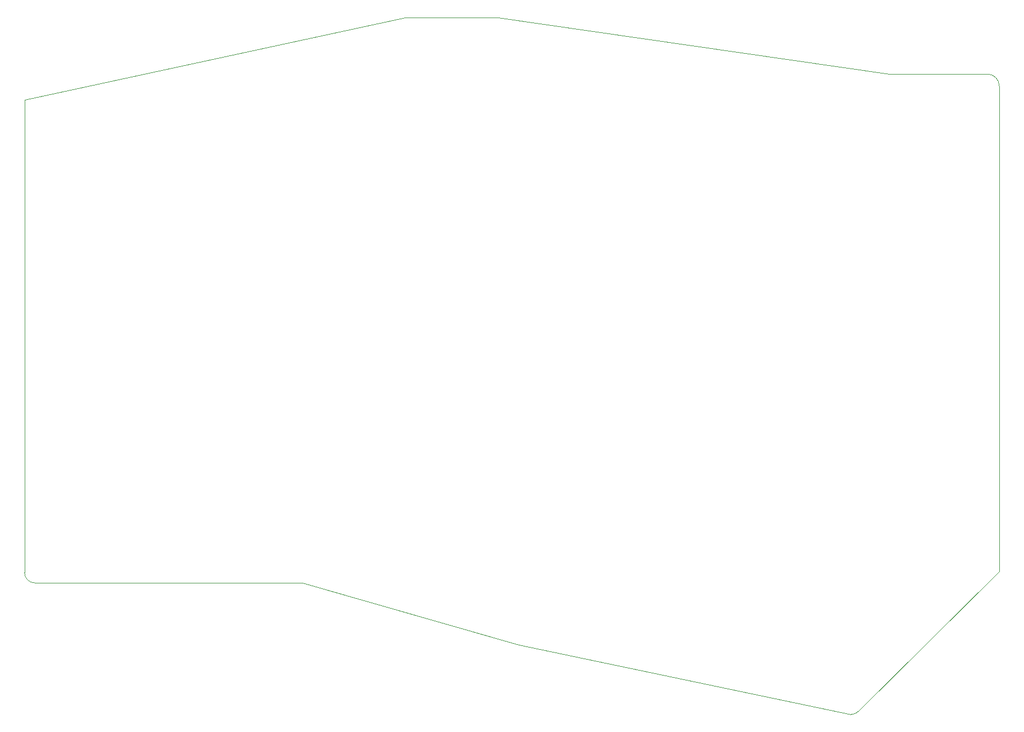
<source format=gbr>
G04 #@! TF.GenerationSoftware,KiCad,Pcbnew,(5.1.4-0)*
G04 #@! TF.CreationDate,2020-11-23T17:37:14+01:00*
G04 #@! TF.ProjectId,stm32split,73746d33-3273-4706-9c69-742e6b696361,rev?*
G04 #@! TF.SameCoordinates,Original*
G04 #@! TF.FileFunction,Profile,NP*
%FSLAX46Y46*%
G04 Gerber Fmt 4.6, Leading zero omitted, Abs format (unit mm)*
G04 Created by KiCad (PCBNEW (5.1.4-0)) date 2020-11-23 17:37:14*
%MOMM*%
%LPD*%
G04 APERTURE LIST*
%ADD10C,0.050000*%
G04 APERTURE END LIST*
D10*
X181768750Y-177800000D02*
G75*
G02X180646218Y-178264968I-1122532J1122532D01*
G01*
X201612500Y-79375000D02*
G75*
G02X203500000Y-81262500I0J-1887500D01*
G01*
X54768750Y-157956250D02*
G75*
G02X53181250Y-156368750I0J1587500D01*
G01*
X186531250Y-79375000D02*
X126206250Y-70643750D01*
X111918750Y-70643750D02*
X53181250Y-83343750D01*
X129381250Y-167481250D02*
X96043750Y-157956250D01*
X186531250Y-79375000D02*
X201612500Y-79375000D01*
X111918750Y-70643750D02*
X126206250Y-70643750D01*
X53181250Y-156368750D02*
X53181250Y-83343750D01*
X96043750Y-157956250D02*
X54768750Y-157956250D01*
X180646218Y-178264968D02*
X129381250Y-167481250D01*
X203500000Y-156200000D02*
X181768750Y-177800000D01*
X203500000Y-81262500D02*
X203500000Y-156200000D01*
M02*

</source>
